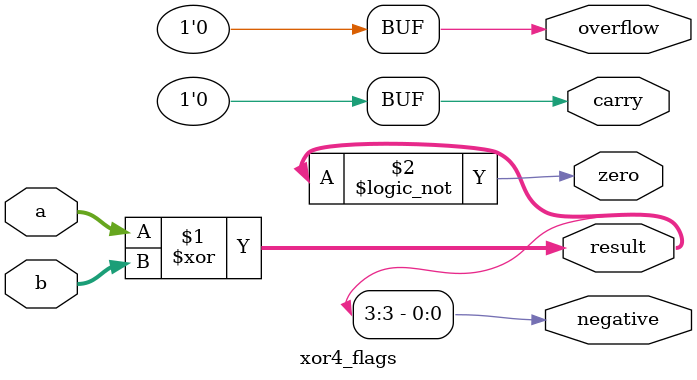
<source format=sv>
module xor4_flags(
    input  logic [3:0] a,
    input  logic [3:0] b,
    output logic [3:0] result,
    output logic       zero,
    output logic       negative,
    output logic       carry,
    output logic       overflow
);
    assign result   = a ^ b;
    assign zero     = (result == 4'b0000);
    assign negative = result[3];
    assign carry    = 1'b0;      // No carry in logical XOR
    assign overflow = 1'b0;      // No overflow in logical XOR
endmodule
</source>
